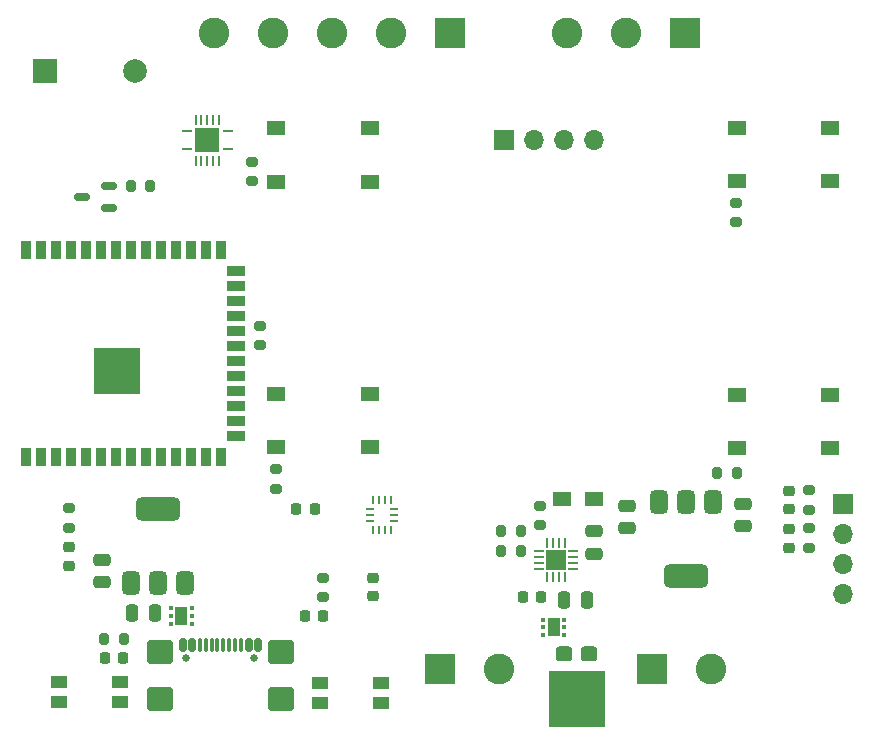
<source format=gbr>
%TF.GenerationSoftware,KiCad,Pcbnew,8.0.8-8.0.8-0~ubuntu24.04.1*%
%TF.CreationDate,2025-04-29T16:21:41-04:00*%
%TF.ProjectId,electronics,656c6563-7472-46f6-9e69-63732e6b6963,rev?*%
%TF.SameCoordinates,Original*%
%TF.FileFunction,Soldermask,Top*%
%TF.FilePolarity,Negative*%
%FSLAX46Y46*%
G04 Gerber Fmt 4.6, Leading zero omitted, Abs format (unit mm)*
G04 Created by KiCad (PCBNEW 8.0.8-8.0.8-0~ubuntu24.04.1) date 2025-04-29 16:21:41*
%MOMM*%
%LPD*%
G01*
G04 APERTURE LIST*
G04 Aperture macros list*
%AMRoundRect*
0 Rectangle with rounded corners*
0 $1 Rounding radius*
0 $2 $3 $4 $5 $6 $7 $8 $9 X,Y pos of 4 corners*
0 Add a 4 corners polygon primitive as box body*
4,1,4,$2,$3,$4,$5,$6,$7,$8,$9,$2,$3,0*
0 Add four circle primitives for the rounded corners*
1,1,$1+$1,$2,$3*
1,1,$1+$1,$4,$5*
1,1,$1+$1,$6,$7*
1,1,$1+$1,$8,$9*
0 Add four rect primitives between the rounded corners*
20,1,$1+$1,$2,$3,$4,$5,0*
20,1,$1+$1,$4,$5,$6,$7,0*
20,1,$1+$1,$6,$7,$8,$9,0*
20,1,$1+$1,$8,$9,$2,$3,0*%
G04 Aperture macros list end*
%ADD10RoundRect,0.200000X0.275000X-0.200000X0.275000X0.200000X-0.275000X0.200000X-0.275000X-0.200000X0*%
%ADD11RoundRect,0.250000X-0.475000X0.250000X-0.475000X-0.250000X0.475000X-0.250000X0.475000X0.250000X0*%
%ADD12R,2.600000X2.600000*%
%ADD13C,2.600000*%
%ADD14RoundRect,0.093750X-0.093750X-0.106250X0.093750X-0.106250X0.093750X0.106250X-0.093750X0.106250X0*%
%ADD15R,1.000000X1.600000*%
%ADD16R,0.250000X0.675000*%
%ADD17R,0.675000X0.250000*%
%ADD18RoundRect,0.200000X-0.200000X-0.275000X0.200000X-0.275000X0.200000X0.275000X-0.200000X0.275000X0*%
%ADD19R,0.850000X0.280000*%
%ADD20R,0.280000X0.850000*%
%ADD21R,2.050000X2.050000*%
%ADD22RoundRect,0.225000X0.225000X0.250000X-0.225000X0.250000X-0.225000X-0.250000X0.225000X-0.250000X0*%
%ADD23RoundRect,0.317500X-0.382500X-0.317500X0.382500X-0.317500X0.382500X0.317500X-0.382500X0.317500X0*%
%ADD24R,4.800000X4.720000*%
%ADD25RoundRect,0.250000X0.250000X0.475000X-0.250000X0.475000X-0.250000X-0.475000X0.250000X-0.475000X0*%
%ADD26RoundRect,0.225000X-0.250000X0.225000X-0.250000X-0.225000X0.250000X-0.225000X0.250000X0.225000X0*%
%ADD27RoundRect,0.218750X-0.256250X0.218750X-0.256250X-0.218750X0.256250X-0.218750X0.256250X0.218750X0*%
%ADD28RoundRect,0.200000X-0.275000X0.200000X-0.275000X-0.200000X0.275000X-0.200000X0.275000X0.200000X0*%
%ADD29RoundRect,0.062500X-0.062500X0.350000X-0.062500X-0.350000X0.062500X-0.350000X0.062500X0.350000X0*%
%ADD30RoundRect,0.062500X-0.350000X0.062500X-0.350000X-0.062500X0.350000X-0.062500X0.350000X0.062500X0*%
%ADD31R,1.680000X1.680000*%
%ADD32R,1.550000X1.300000*%
%ADD33RoundRect,0.375000X-0.375000X0.625000X-0.375000X-0.625000X0.375000X-0.625000X0.375000X0.625000X0*%
%ADD34RoundRect,0.500000X-1.400000X0.500000X-1.400000X-0.500000X1.400000X-0.500000X1.400000X0.500000X0*%
%ADD35RoundRect,0.250000X-0.250000X-0.475000X0.250000X-0.475000X0.250000X0.475000X-0.250000X0.475000X0*%
%ADD36RoundRect,0.200000X0.200000X0.275000X-0.200000X0.275000X-0.200000X-0.275000X0.200000X-0.275000X0*%
%ADD37R,1.450000X1.000000*%
%ADD38RoundRect,0.150000X0.512500X0.150000X-0.512500X0.150000X-0.512500X-0.150000X0.512500X-0.150000X0*%
%ADD39R,0.900000X1.500000*%
%ADD40R,1.500000X0.900000*%
%ADD41C,0.600000*%
%ADD42R,3.900000X3.900000*%
%ADD43RoundRect,0.375000X0.375000X-0.625000X0.375000X0.625000X-0.375000X0.625000X-0.375000X-0.625000X0*%
%ADD44RoundRect,0.500000X1.400000X-0.500000X1.400000X0.500000X-1.400000X0.500000X-1.400000X-0.500000X0*%
%ADD45R,2.000000X2.000000*%
%ADD46C,2.000000*%
%ADD47R,1.700000X1.700000*%
%ADD48O,1.700000X1.700000*%
%ADD49R,1.500000X1.200000*%
%ADD50RoundRect,0.250000X0.475000X-0.250000X0.475000X0.250000X-0.475000X0.250000X-0.475000X-0.250000X0*%
%ADD51C,0.650000*%
%ADD52RoundRect,0.150000X-0.150000X-0.425000X0.150000X-0.425000X0.150000X0.425000X-0.150000X0.425000X0*%
%ADD53RoundRect,0.075000X-0.075000X-0.500000X0.075000X-0.500000X0.075000X0.500000X-0.075000X0.500000X0*%
%ADD54RoundRect,0.250000X-0.840000X-0.750000X0.840000X-0.750000X0.840000X0.750000X-0.840000X0.750000X0*%
G04 APERTURE END LIST*
D10*
%TO.C,R7*%
X167200000Y-71400000D03*
X167200000Y-69750000D03*
%TD*%
D11*
%TO.C,C10*%
X157950000Y-95400000D03*
X157950000Y-97300000D03*
%TD*%
D12*
%TO.C,J4*%
X162900000Y-55400000D03*
D13*
X157900000Y-55400000D03*
X152900000Y-55400000D03*
%TD*%
D14*
%TO.C,U9*%
X119325000Y-104075000D03*
X119325000Y-104725000D03*
X119325000Y-105375000D03*
X121100000Y-105375000D03*
X121100000Y-104725000D03*
X121100000Y-104075000D03*
D15*
X120212500Y-104725000D03*
%TD*%
D16*
%TO.C,U7*%
X137950000Y-94937500D03*
X137450000Y-94937500D03*
X136950000Y-94937500D03*
X136450000Y-94937500D03*
D17*
X136187500Y-95700000D03*
X136187500Y-96200000D03*
X136187500Y-96700000D03*
D16*
X136450000Y-97462500D03*
X136950000Y-97462500D03*
X137450000Y-97462500D03*
X137950000Y-97462500D03*
D17*
X138212500Y-96700000D03*
X138212500Y-96200000D03*
X138212500Y-95700000D03*
%TD*%
D18*
%TO.C,R11*%
X147300000Y-99250000D03*
X148950000Y-99250000D03*
%TD*%
D19*
%TO.C,U2*%
X120700000Y-65190000D03*
D20*
X121425000Y-66165000D03*
X121925000Y-66165000D03*
X122425000Y-66165000D03*
X122925000Y-66165000D03*
X123425000Y-66165000D03*
D19*
X124150000Y-65190000D03*
X124150000Y-63690000D03*
D20*
X123425000Y-62715000D03*
X122925000Y-62715000D03*
X122425000Y-62715000D03*
X121925000Y-62715000D03*
X121425000Y-62715000D03*
D19*
X120700000Y-63690000D03*
D21*
X122425000Y-64440000D03*
%TD*%
D22*
%TO.C,C2*%
X132200000Y-104700000D03*
X130650000Y-104700000D03*
%TD*%
D23*
%TO.C,D2*%
X152660000Y-107985000D03*
X154740000Y-107985000D03*
D24*
X153700000Y-111790000D03*
%TD*%
D25*
%TO.C,C11*%
X117950000Y-104475000D03*
X116050000Y-104475000D03*
%TD*%
D26*
%TO.C,C9*%
X136450000Y-101475000D03*
X136450000Y-103025000D03*
%TD*%
D27*
%TO.C,D4*%
X171650000Y-94112500D03*
X171650000Y-95687500D03*
%TD*%
D28*
%TO.C,R8*%
X126200000Y-66250000D03*
X126200000Y-67900000D03*
%TD*%
D11*
%TO.C,C4*%
X155200000Y-97550000D03*
X155200000Y-99450000D03*
%TD*%
D29*
%TO.C,U4*%
X152687500Y-98537500D03*
X152187500Y-98537500D03*
X151687500Y-98537500D03*
X151187500Y-98537500D03*
D30*
X150475000Y-99250000D03*
X150475000Y-99750000D03*
X150475000Y-100250000D03*
X150475000Y-100750000D03*
D29*
X151187500Y-101462500D03*
X151687500Y-101462500D03*
X152187500Y-101462500D03*
X152687500Y-101462500D03*
D30*
X153400000Y-100750000D03*
X153400000Y-100250000D03*
X153400000Y-99750000D03*
X153400000Y-99250000D03*
D31*
X151937500Y-100000000D03*
%TD*%
D32*
%TO.C,SW4*%
X167225000Y-63400000D03*
X175175000Y-63400000D03*
X167225000Y-67900000D03*
X175175000Y-67900000D03*
%TD*%
D33*
%TO.C,U3*%
X165250000Y-95050000D03*
X162950000Y-95050000D03*
D34*
X162950000Y-101350000D03*
D33*
X160650000Y-95050000D03*
%TD*%
D35*
%TO.C,C6*%
X152650000Y-103350000D03*
X154550000Y-103350000D03*
%TD*%
D22*
%TO.C,C1*%
X115300000Y-108300000D03*
X113750000Y-108300000D03*
%TD*%
D36*
%TO.C,R10*%
X148950000Y-97550000D03*
X147300000Y-97550000D03*
%TD*%
D10*
%TO.C,R13*%
X173400000Y-98950000D03*
X173400000Y-97300000D03*
%TD*%
D27*
%TO.C,D1*%
X110750000Y-98900000D03*
X110750000Y-100475000D03*
%TD*%
D18*
%TO.C,R3*%
X113675000Y-106650000D03*
X115325000Y-106650000D03*
%TD*%
D37*
%TO.C,SW2*%
X137125000Y-112100000D03*
X131975000Y-112100000D03*
X137125000Y-110400000D03*
X131975000Y-110400000D03*
%TD*%
D28*
%TO.C,R1*%
X132200000Y-101475000D03*
X132200000Y-103125000D03*
%TD*%
D38*
%TO.C,Q1*%
X114125000Y-70200000D03*
X114125000Y-68300000D03*
X111850000Y-69250000D03*
%TD*%
D39*
%TO.C,U1*%
X107080000Y-91250000D03*
X108350000Y-91250000D03*
X109620000Y-91250000D03*
X110890000Y-91250000D03*
X112160000Y-91250000D03*
X113430000Y-91250000D03*
X114700000Y-91250000D03*
X115970000Y-91250000D03*
X117240000Y-91250000D03*
X118510000Y-91250000D03*
X119780000Y-91250000D03*
X121050000Y-91250000D03*
X122320000Y-91250000D03*
X123590000Y-91250000D03*
D40*
X124840000Y-89485000D03*
X124840000Y-88215000D03*
X124840000Y-86945000D03*
X124840000Y-85675000D03*
X124840000Y-84405000D03*
X124840000Y-83135000D03*
X124840000Y-81865000D03*
X124840000Y-80595000D03*
X124840000Y-79325000D03*
X124840000Y-78055000D03*
X124840000Y-76785000D03*
X124840000Y-75515000D03*
D39*
X123590000Y-73750000D03*
X122320000Y-73750000D03*
X121050000Y-73750000D03*
X119780000Y-73750000D03*
X118510000Y-73750000D03*
X117240000Y-73750000D03*
X115970000Y-73750000D03*
X114700000Y-73750000D03*
X113430000Y-73750000D03*
X112160000Y-73750000D03*
X110890000Y-73750000D03*
X109620000Y-73750000D03*
X108350000Y-73750000D03*
X107080000Y-73750000D03*
D41*
X114100000Y-85400000D03*
X115500000Y-85400000D03*
X113400000Y-84700000D03*
X114800000Y-84700000D03*
X116200000Y-84700000D03*
X114100000Y-84000000D03*
D42*
X114800000Y-84000000D03*
D41*
X115500000Y-84000000D03*
X113400000Y-83300000D03*
X114800000Y-83300000D03*
X116200000Y-83300000D03*
X114100000Y-82600000D03*
X115500000Y-82600000D03*
%TD*%
D12*
%TO.C,BT1*%
X160100000Y-109200000D03*
D13*
X165100000Y-109200000D03*
%TD*%
D10*
%TO.C,R6*%
X128250000Y-93950000D03*
X128250000Y-92300000D03*
%TD*%
D36*
%TO.C,R14*%
X117575000Y-68300000D03*
X115925000Y-68300000D03*
%TD*%
D37*
%TO.C,SW1*%
X115025000Y-112050000D03*
X109875000Y-112050000D03*
X115025000Y-110350000D03*
X109875000Y-110350000D03*
%TD*%
D43*
%TO.C,U5*%
X115925000Y-101950000D03*
X118225000Y-101950000D03*
D44*
X118225000Y-95650000D03*
D43*
X120525000Y-101950000D03*
%TD*%
D32*
%TO.C,SW6*%
X167225000Y-86000000D03*
X175175000Y-86000000D03*
X167225000Y-90500000D03*
X175175000Y-90500000D03*
%TD*%
D10*
%TO.C,R2*%
X110750000Y-97250000D03*
X110750000Y-95600000D03*
%TD*%
D11*
%TO.C,C8*%
X113500000Y-99950000D03*
X113500000Y-101850000D03*
%TD*%
D12*
%TO.C,J3*%
X142100000Y-109200000D03*
D13*
X147100000Y-109200000D03*
%TD*%
D32*
%TO.C,SW3*%
X128250000Y-63450000D03*
X136200000Y-63450000D03*
X128250000Y-67950000D03*
X136200000Y-67950000D03*
%TD*%
D28*
%TO.C,R4*%
X126900000Y-80150000D03*
X126900000Y-81800000D03*
%TD*%
D14*
%TO.C,U8*%
X150875000Y-105050000D03*
X150875000Y-105700000D03*
X150875000Y-106350000D03*
X152650000Y-106350000D03*
X152650000Y-105700000D03*
X152650000Y-105050000D03*
D15*
X151762500Y-105700000D03*
%TD*%
D27*
%TO.C,D3*%
X171650000Y-97362500D03*
X171650000Y-98937500D03*
%TD*%
D22*
%TO.C,C7*%
X150700000Y-103100000D03*
X149150000Y-103100000D03*
%TD*%
D45*
%TO.C,BZ1*%
X108700000Y-58600000D03*
D46*
X116300000Y-58600000D03*
%TD*%
D22*
%TO.C,C3*%
X131500000Y-95700000D03*
X129950000Y-95700000D03*
%TD*%
D18*
%TO.C,R5*%
X165575000Y-92600000D03*
X167225000Y-92600000D03*
%TD*%
D10*
%TO.C,R12*%
X173400000Y-95725000D03*
X173400000Y-94075000D03*
%TD*%
D47*
%TO.C,J5*%
X176250000Y-95230000D03*
D48*
X176250000Y-97770000D03*
X176250000Y-100310000D03*
X176250000Y-102850000D03*
%TD*%
D49*
%TO.C,L1*%
X152450000Y-94800000D03*
X155150000Y-94800000D03*
%TD*%
D10*
%TO.C,R9*%
X150600000Y-97025000D03*
X150600000Y-95375000D03*
%TD*%
D47*
%TO.C,U6*%
X147560000Y-64450000D03*
D48*
X150100000Y-64450000D03*
X152640000Y-64450000D03*
X155180000Y-64450000D03*
%TD*%
D32*
%TO.C,SW5*%
X128250000Y-85950000D03*
X136200000Y-85950000D03*
X128250000Y-90450000D03*
X136200000Y-90450000D03*
%TD*%
D12*
%TO.C,J2*%
X143000000Y-55400000D03*
D13*
X138000000Y-55400000D03*
X133000000Y-55400000D03*
X128000000Y-55400000D03*
X123000000Y-55400000D03*
%TD*%
D50*
%TO.C,C5*%
X167800000Y-97150000D03*
X167800000Y-95250000D03*
%TD*%
D51*
%TO.C,J1*%
X120635000Y-108295000D03*
X126415000Y-108295000D03*
D52*
X120325000Y-107220000D03*
X121125000Y-107220000D03*
D53*
X122275000Y-107220000D03*
X123275000Y-107220000D03*
X123775000Y-107220000D03*
X124775000Y-107220000D03*
D52*
X125925000Y-107220000D03*
X126725000Y-107220000D03*
X126725000Y-107220000D03*
X125925000Y-107220000D03*
D53*
X125275000Y-107220000D03*
X124275000Y-107220000D03*
X122775000Y-107220000D03*
X121775000Y-107220000D03*
D52*
X121125000Y-107220000D03*
X120325000Y-107220000D03*
D54*
X118415000Y-107795000D03*
X118415000Y-111725000D03*
X128635000Y-107795000D03*
X128635000Y-111725000D03*
%TD*%
M02*

</source>
